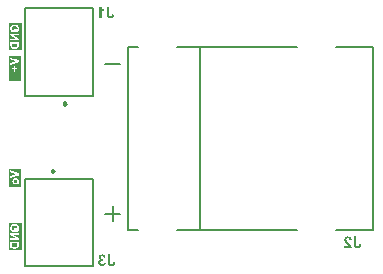
<source format=gbo>
G04*
G04 #@! TF.GenerationSoftware,Altium Limited,Altium Designer,22.5.1 (42)*
G04*
G04 Layer_Color=32896*
%FSLAX25Y25*%
%MOIN*%
G70*
G04*
G04 #@! TF.SameCoordinates,11F32A4F-6B9E-4148-B8DF-231AA1DA3EC5*
G04*
G04*
G04 #@! TF.FilePolarity,Positive*
G04*
G01*
G75*
%ADD10C,0.00500*%
%ADD11C,0.00787*%
%ADD33C,0.00984*%
G36*
X10561Y63437D02*
X6500D01*
Y71500D01*
X10561D01*
Y63437D01*
D02*
G37*
G36*
X10437Y28095D02*
X6500D01*
Y34000D01*
X10437D01*
Y28095D01*
D02*
G37*
G36*
X10684Y6976D02*
X6500D01*
Y16000D01*
X10684D01*
Y6976D01*
D02*
G37*
G36*
Y73476D02*
X6500D01*
Y82500D01*
X10684D01*
Y73476D01*
D02*
G37*
G36*
X119513Y11462D02*
X119601Y11456D01*
X119773Y11429D01*
X119918Y11384D01*
X119984Y11362D01*
X120045Y11334D01*
X120101Y11312D01*
X120145Y11284D01*
X120190Y11262D01*
X120223Y11246D01*
X120251Y11223D01*
X120267Y11212D01*
X120279Y11207D01*
X120284Y11201D01*
X120345Y11146D01*
X120401Y11090D01*
X120450Y11023D01*
X120495Y10951D01*
X120562Y10807D01*
X120617Y10668D01*
X120634Y10596D01*
X120650Y10535D01*
X120667Y10480D01*
X120673Y10430D01*
X120684Y10385D01*
Y10357D01*
X120689Y10335D01*
Y10330D01*
X119957Y10258D01*
X119946Y10369D01*
X119923Y10463D01*
X119901Y10546D01*
X119873Y10607D01*
X119851Y10657D01*
X119829Y10690D01*
X119812Y10713D01*
X119807Y10718D01*
X119751Y10763D01*
X119690Y10796D01*
X119629Y10824D01*
X119568Y10840D01*
X119518Y10851D01*
X119474Y10857D01*
X119435D01*
X119352Y10851D01*
X119280Y10835D01*
X119219Y10813D01*
X119163Y10790D01*
X119124Y10768D01*
X119091Y10746D01*
X119074Y10729D01*
X119069Y10724D01*
X119024Y10668D01*
X118991Y10607D01*
X118969Y10546D01*
X118952Y10485D01*
X118941Y10430D01*
X118935Y10380D01*
Y10352D01*
Y10346D01*
Y10341D01*
X118941Y10258D01*
X118958Y10180D01*
X118985Y10102D01*
X119013Y10036D01*
X119041Y9974D01*
X119069Y9930D01*
X119085Y9902D01*
X119091Y9891D01*
X119113Y9858D01*
X119146Y9819D01*
X119191Y9769D01*
X119235Y9725D01*
X119335Y9619D01*
X119435Y9514D01*
X119535Y9414D01*
X119579Y9370D01*
X119624Y9336D01*
X119657Y9303D01*
X119679Y9281D01*
X119696Y9264D01*
X119701Y9259D01*
X119812Y9153D01*
X119912Y9053D01*
X120007Y8959D01*
X120090Y8876D01*
X120168Y8792D01*
X120234Y8715D01*
X120295Y8648D01*
X120345Y8581D01*
X120389Y8526D01*
X120428Y8476D01*
X120462Y8437D01*
X120484Y8398D01*
X120506Y8376D01*
X120517Y8354D01*
X120528Y8343D01*
Y8337D01*
X120600Y8210D01*
X120656Y8076D01*
X120700Y7954D01*
X120734Y7843D01*
X120756Y7743D01*
X120761Y7705D01*
X120767Y7671D01*
X120773Y7643D01*
X120778Y7621D01*
Y7610D01*
Y7605D01*
X118197D01*
Y8287D01*
X119662D01*
X119618Y8360D01*
X119568Y8421D01*
X119546Y8448D01*
X119529Y8471D01*
X119518Y8482D01*
X119513Y8487D01*
X119490Y8509D01*
X119468Y8537D01*
X119402Y8598D01*
X119329Y8670D01*
X119257Y8742D01*
X119185Y8809D01*
X119124Y8864D01*
X119102Y8887D01*
X119085Y8903D01*
X119074Y8909D01*
X119069Y8914D01*
X118947Y9031D01*
X118847Y9125D01*
X118763Y9214D01*
X118697Y9281D01*
X118647Y9336D01*
X118614Y9375D01*
X118591Y9403D01*
X118586Y9408D01*
X118514Y9503D01*
X118453Y9592D01*
X118403Y9675D01*
X118364Y9747D01*
X118330Y9808D01*
X118308Y9858D01*
X118297Y9886D01*
X118292Y9897D01*
X118258Y9986D01*
X118236Y10074D01*
X118219Y10158D01*
X118208Y10235D01*
X118203Y10296D01*
X118197Y10346D01*
Y10380D01*
Y10391D01*
X118203Y10474D01*
X118214Y10557D01*
X118225Y10635D01*
X118247Y10707D01*
X118303Y10835D01*
X118358Y10946D01*
X118392Y10996D01*
X118419Y11035D01*
X118447Y11073D01*
X118475Y11101D01*
X118497Y11123D01*
X118508Y11146D01*
X118519Y11151D01*
X118525Y11157D01*
X118586Y11212D01*
X118658Y11262D01*
X118725Y11301D01*
X118802Y11334D01*
X118947Y11390D01*
X119091Y11429D01*
X119157Y11440D01*
X119219Y11451D01*
X119274Y11456D01*
X119324Y11462D01*
X119363Y11468D01*
X119418D01*
X119513Y11462D01*
D02*
G37*
G36*
X122121Y8953D02*
Y8870D01*
X122127Y8792D01*
X122132Y8726D01*
X122138Y8659D01*
X122149Y8604D01*
X122154Y8554D01*
X122166Y8509D01*
X122177Y8471D01*
X122199Y8409D01*
X122215Y8371D01*
X122227Y8343D01*
X122232Y8337D01*
X122276Y8287D01*
X122332Y8254D01*
X122393Y8226D01*
X122454Y8210D01*
X122504Y8198D01*
X122548Y8193D01*
X122593D01*
X122682Y8204D01*
X122759Y8226D01*
X122826Y8260D01*
X122876Y8298D01*
X122920Y8332D01*
X122948Y8365D01*
X122965Y8387D01*
X122970Y8398D01*
X122998Y8459D01*
X123020Y8526D01*
X123037Y8604D01*
X123048Y8681D01*
X123059Y8754D01*
Y8809D01*
X123065Y8831D01*
Y8848D01*
Y8859D01*
Y8864D01*
X123803Y8781D01*
X123797Y8670D01*
X123792Y8565D01*
X123775Y8465D01*
X123753Y8376D01*
X123731Y8293D01*
X123708Y8215D01*
X123681Y8149D01*
X123647Y8082D01*
X123620Y8032D01*
X123592Y7982D01*
X123570Y7943D01*
X123547Y7910D01*
X123525Y7882D01*
X123509Y7865D01*
X123503Y7854D01*
X123497Y7849D01*
X123436Y7793D01*
X123370Y7743D01*
X123303Y7705D01*
X123231Y7666D01*
X123159Y7638D01*
X123087Y7610D01*
X122942Y7571D01*
X122876Y7560D01*
X122815Y7549D01*
X122765Y7544D01*
X122715Y7538D01*
X122676Y7532D01*
X122621D01*
X122449Y7544D01*
X122293Y7566D01*
X122160Y7594D01*
X122104Y7616D01*
X122049Y7632D01*
X122004Y7649D01*
X121960Y7671D01*
X121927Y7688D01*
X121899Y7699D01*
X121871Y7716D01*
X121855Y7721D01*
X121849Y7732D01*
X121844D01*
X121738Y7816D01*
X121655Y7904D01*
X121583Y7993D01*
X121527Y8076D01*
X121483Y8154D01*
X121455Y8215D01*
X121444Y8237D01*
X121438Y8254D01*
X121433Y8265D01*
Y8271D01*
X121405Y8376D01*
X121383Y8498D01*
X121366Y8620D01*
X121355Y8737D01*
X121350Y8842D01*
X121344Y8892D01*
Y8931D01*
Y8964D01*
Y8987D01*
Y9003D01*
Y9009D01*
Y11445D01*
X122121D01*
Y8953D01*
D02*
G37*
G36*
X37610Y5462D02*
X37715Y5451D01*
X37815Y5429D01*
X37898Y5406D01*
X37965Y5384D01*
X38020Y5362D01*
X38054Y5351D01*
X38059Y5345D01*
X38065D01*
X38154Y5295D01*
X38237Y5240D01*
X38304Y5184D01*
X38359Y5134D01*
X38403Y5085D01*
X38437Y5046D01*
X38459Y5023D01*
X38464Y5012D01*
X38514Y4929D01*
X38559Y4840D01*
X38592Y4746D01*
X38625Y4657D01*
X38648Y4574D01*
X38664Y4513D01*
X38670Y4485D01*
Y4468D01*
X38675Y4457D01*
Y4452D01*
X37998Y4341D01*
X37982Y4430D01*
X37959Y4507D01*
X37937Y4574D01*
X37909Y4624D01*
X37882Y4668D01*
X37859Y4702D01*
X37843Y4718D01*
X37837Y4724D01*
X37787Y4768D01*
X37732Y4801D01*
X37676Y4824D01*
X37626Y4840D01*
X37582Y4851D01*
X37549Y4857D01*
X37515D01*
X37449Y4851D01*
X37382Y4840D01*
X37332Y4818D01*
X37288Y4801D01*
X37249Y4779D01*
X37227Y4757D01*
X37210Y4746D01*
X37205Y4740D01*
X37166Y4696D01*
X37138Y4640D01*
X37116Y4591D01*
X37105Y4541D01*
X37094Y4496D01*
X37088Y4463D01*
Y4441D01*
Y4430D01*
X37094Y4346D01*
X37110Y4274D01*
X37138Y4213D01*
X37166Y4163D01*
X37199Y4119D01*
X37221Y4091D01*
X37243Y4069D01*
X37249Y4063D01*
X37316Y4019D01*
X37388Y3986D01*
X37465Y3963D01*
X37538Y3947D01*
X37604Y3941D01*
X37660Y3936D01*
X37710D01*
X37787Y3342D01*
X37715Y3359D01*
X37654Y3375D01*
X37593Y3386D01*
X37543Y3392D01*
X37504Y3397D01*
X37449D01*
X37371Y3392D01*
X37304Y3370D01*
X37243Y3347D01*
X37188Y3314D01*
X37149Y3286D01*
X37116Y3259D01*
X37094Y3236D01*
X37088Y3231D01*
X37038Y3164D01*
X36999Y3092D01*
X36972Y3020D01*
X36949Y2948D01*
X36938Y2881D01*
X36933Y2831D01*
Y2798D01*
Y2792D01*
Y2787D01*
X36938Y2681D01*
X36955Y2587D01*
X36983Y2504D01*
X37010Y2437D01*
X37044Y2387D01*
X37066Y2348D01*
X37088Y2321D01*
X37094Y2315D01*
X37155Y2260D01*
X37221Y2215D01*
X37282Y2187D01*
X37343Y2165D01*
X37399Y2154D01*
X37438Y2149D01*
X37465Y2143D01*
X37477D01*
X37554Y2149D01*
X37621Y2165D01*
X37682Y2187D01*
X37737Y2215D01*
X37776Y2237D01*
X37810Y2260D01*
X37832Y2276D01*
X37837Y2282D01*
X37887Y2343D01*
X37932Y2409D01*
X37959Y2482D01*
X37987Y2548D01*
X38004Y2609D01*
X38015Y2659D01*
X38020Y2692D01*
Y2698D01*
Y2704D01*
X38731Y2615D01*
X38720Y2526D01*
X38697Y2443D01*
X38648Y2287D01*
X38587Y2154D01*
X38548Y2099D01*
X38514Y2043D01*
X38481Y1993D01*
X38448Y1954D01*
X38420Y1915D01*
X38392Y1888D01*
X38370Y1866D01*
X38353Y1849D01*
X38342Y1838D01*
X38337Y1832D01*
X38270Y1782D01*
X38198Y1732D01*
X38131Y1694D01*
X38054Y1660D01*
X37909Y1605D01*
X37776Y1571D01*
X37710Y1560D01*
X37654Y1549D01*
X37604Y1544D01*
X37560Y1538D01*
X37521Y1532D01*
X37471D01*
X37371Y1538D01*
X37271Y1549D01*
X37182Y1566D01*
X37094Y1588D01*
X37016Y1616D01*
X36938Y1643D01*
X36866Y1677D01*
X36805Y1710D01*
X36750Y1743D01*
X36694Y1777D01*
X36655Y1805D01*
X36616Y1832D01*
X36588Y1854D01*
X36566Y1871D01*
X36555Y1882D01*
X36550Y1888D01*
X36483Y1954D01*
X36428Y2026D01*
X36378Y2099D01*
X36333Y2171D01*
X36300Y2248D01*
X36267Y2321D01*
X36222Y2454D01*
X36211Y2515D01*
X36200Y2576D01*
X36189Y2626D01*
X36183Y2670D01*
X36178Y2704D01*
Y2731D01*
Y2748D01*
Y2754D01*
X36189Y2881D01*
X36211Y2992D01*
X36239Y3098D01*
X36278Y3181D01*
X36317Y3253D01*
X36344Y3303D01*
X36367Y3336D01*
X36378Y3347D01*
X36455Y3431D01*
X36544Y3503D01*
X36633Y3558D01*
X36716Y3603D01*
X36788Y3636D01*
X36849Y3653D01*
X36872Y3664D01*
X36888D01*
X36899Y3669D01*
X36905D01*
X36805Y3730D01*
X36722Y3791D01*
X36650Y3858D01*
X36583Y3925D01*
X36527Y3991D01*
X36483Y4058D01*
X36450Y4124D01*
X36417Y4185D01*
X36394Y4247D01*
X36378Y4302D01*
X36367Y4352D01*
X36361Y4396D01*
X36355Y4430D01*
X36350Y4457D01*
Y4474D01*
Y4480D01*
X36355Y4546D01*
X36361Y4607D01*
X36394Y4729D01*
X36433Y4840D01*
X36483Y4935D01*
X36533Y5012D01*
X36577Y5068D01*
X36594Y5090D01*
X36611Y5107D01*
X36616Y5112D01*
X36622Y5118D01*
X36683Y5179D01*
X36755Y5234D01*
X36822Y5279D01*
X36894Y5318D01*
X36972Y5356D01*
X37044Y5384D01*
X37182Y5423D01*
X37243Y5440D01*
X37304Y5451D01*
X37354Y5456D01*
X37404Y5462D01*
X37443Y5468D01*
X37493D01*
X37610Y5462D01*
D02*
G37*
G36*
X40141Y2953D02*
Y2870D01*
X40146Y2792D01*
X40152Y2726D01*
X40157Y2659D01*
X40168Y2604D01*
X40174Y2554D01*
X40185Y2509D01*
X40196Y2471D01*
X40218Y2409D01*
X40235Y2371D01*
X40246Y2343D01*
X40251Y2337D01*
X40296Y2287D01*
X40351Y2254D01*
X40413Y2226D01*
X40473Y2210D01*
X40523Y2198D01*
X40568Y2193D01*
X40612D01*
X40701Y2204D01*
X40779Y2226D01*
X40845Y2260D01*
X40895Y2298D01*
X40940Y2332D01*
X40968Y2365D01*
X40984Y2387D01*
X40990Y2398D01*
X41017Y2459D01*
X41040Y2526D01*
X41056Y2604D01*
X41067Y2681D01*
X41078Y2754D01*
Y2809D01*
X41084Y2831D01*
Y2848D01*
Y2859D01*
Y2864D01*
X41822Y2781D01*
X41817Y2670D01*
X41811Y2565D01*
X41794Y2465D01*
X41772Y2376D01*
X41750Y2293D01*
X41728Y2215D01*
X41700Y2149D01*
X41667Y2082D01*
X41639Y2032D01*
X41611Y1982D01*
X41589Y1943D01*
X41567Y1910D01*
X41545Y1882D01*
X41528Y1866D01*
X41522Y1854D01*
X41517Y1849D01*
X41456Y1793D01*
X41389Y1743D01*
X41323Y1705D01*
X41251Y1666D01*
X41178Y1638D01*
X41106Y1610D01*
X40962Y1571D01*
X40895Y1560D01*
X40834Y1549D01*
X40784Y1544D01*
X40734Y1538D01*
X40696Y1532D01*
X40640D01*
X40468Y1544D01*
X40313Y1566D01*
X40179Y1594D01*
X40124Y1616D01*
X40068Y1632D01*
X40024Y1649D01*
X39980Y1671D01*
X39946Y1688D01*
X39919Y1699D01*
X39891Y1716D01*
X39874Y1721D01*
X39869Y1732D01*
X39863D01*
X39758Y1816D01*
X39674Y1904D01*
X39602Y1993D01*
X39547Y2076D01*
X39502Y2154D01*
X39474Y2215D01*
X39463Y2237D01*
X39458Y2254D01*
X39452Y2265D01*
Y2271D01*
X39425Y2376D01*
X39402Y2498D01*
X39386Y2620D01*
X39375Y2737D01*
X39369Y2842D01*
X39364Y2892D01*
Y2931D01*
Y2964D01*
Y2987D01*
Y3003D01*
Y3009D01*
Y5445D01*
X40141D01*
Y2953D01*
D02*
G37*
G36*
X37222Y87919D02*
X37294Y87802D01*
X37371Y87691D01*
X37449Y87602D01*
X37516Y87530D01*
X37577Y87475D01*
X37599Y87452D01*
X37616Y87436D01*
X37627Y87430D01*
X37632Y87425D01*
X37754Y87336D01*
X37871Y87258D01*
X37976Y87197D01*
X38071Y87153D01*
X38148Y87119D01*
X38204Y87092D01*
X38226Y87086D01*
X38243Y87081D01*
X38248Y87075D01*
X38254D01*
Y86409D01*
X38054Y86487D01*
X37876Y86570D01*
X37793Y86614D01*
X37716Y86664D01*
X37643Y86709D01*
X37577Y86753D01*
X37516Y86797D01*
X37460Y86836D01*
X37416Y86870D01*
X37377Y86903D01*
X37344Y86931D01*
X37321Y86947D01*
X37310Y86958D01*
X37305Y86964D01*
Y84183D01*
X36567D01*
Y88046D01*
X37166D01*
X37222Y87919D01*
D02*
G37*
G36*
X39886Y85532D02*
Y85449D01*
X39891Y85371D01*
X39897Y85304D01*
X39902Y85238D01*
X39913Y85182D01*
X39919Y85132D01*
X39930Y85088D01*
X39941Y85049D01*
X39963Y84988D01*
X39980Y84949D01*
X39991Y84922D01*
X39997Y84916D01*
X40041Y84866D01*
X40096Y84833D01*
X40157Y84805D01*
X40218Y84788D01*
X40268Y84777D01*
X40313Y84772D01*
X40357D01*
X40446Y84783D01*
X40524Y84805D01*
X40590Y84838D01*
X40640Y84877D01*
X40685Y84911D01*
X40712Y84944D01*
X40729Y84966D01*
X40735Y84977D01*
X40762Y85038D01*
X40785Y85105D01*
X40801Y85182D01*
X40812Y85260D01*
X40824Y85332D01*
Y85388D01*
X40829Y85410D01*
Y85427D01*
Y85438D01*
Y85443D01*
X41567Y85360D01*
X41562Y85249D01*
X41556Y85144D01*
X41539Y85044D01*
X41517Y84955D01*
X41495Y84872D01*
X41473Y84794D01*
X41445Y84727D01*
X41412Y84661D01*
X41384Y84611D01*
X41356Y84561D01*
X41334Y84522D01*
X41312Y84489D01*
X41290Y84461D01*
X41273Y84444D01*
X41267Y84433D01*
X41262Y84428D01*
X41201Y84372D01*
X41134Y84322D01*
X41068Y84283D01*
X40995Y84245D01*
X40923Y84217D01*
X40851Y84189D01*
X40707Y84150D01*
X40640Y84139D01*
X40579Y84128D01*
X40529Y84122D01*
X40479Y84117D01*
X40441Y84111D01*
X40385D01*
X40213Y84122D01*
X40058Y84145D01*
X39924Y84172D01*
X39869Y84194D01*
X39813Y84211D01*
X39769Y84228D01*
X39725Y84250D01*
X39691Y84267D01*
X39663Y84278D01*
X39636Y84294D01*
X39619Y84300D01*
X39614Y84311D01*
X39608D01*
X39503Y84394D01*
X39419Y84483D01*
X39347Y84572D01*
X39292Y84655D01*
X39247Y84733D01*
X39219Y84794D01*
X39208Y84816D01*
X39203Y84833D01*
X39197Y84844D01*
Y84849D01*
X39170Y84955D01*
X39147Y85077D01*
X39131Y85199D01*
X39120Y85316D01*
X39114Y85421D01*
X39109Y85471D01*
Y85510D01*
Y85543D01*
Y85565D01*
Y85582D01*
Y85588D01*
Y88024D01*
X39886D01*
Y85532D01*
D02*
G37*
%LPC*%
G36*
X9669Y71106D02*
Y70112D01*
X6894Y71106D01*
D01*
Y68520D01*
X9669D01*
X6894D01*
X9669Y69506D01*
Y71106D01*
D02*
G37*
G36*
X8550Y68359D02*
X8053D01*
Y67634D01*
X7335D01*
Y68359D01*
D01*
Y66419D01*
X9268D01*
X8550D01*
Y67148D01*
X9268D01*
Y67634D01*
X8550D01*
Y68359D01*
D02*
G37*
%LPD*%
G36*
X8947Y69795D02*
X6894Y69117D01*
Y70501D01*
X8947Y69795D01*
D02*
G37*
G36*
X8053Y66419D02*
X7335D01*
Y67148D01*
X8053D01*
Y66419D01*
D02*
G37*
%LPC*%
G36*
X9669Y33606D02*
X6894D01*
X9669D01*
Y32612D01*
X6894Y33606D01*
Y33001D01*
X8947Y32295D01*
X6894Y31617D01*
Y31020D01*
X9669Y32006D01*
Y31617D01*
Y33606D01*
D02*
G37*
G36*
X9713Y30863D02*
X7611D01*
D01*
X8606D01*
X8590Y30859D01*
X8566D01*
X8538Y30855D01*
X8470Y30847D01*
X8393Y30831D01*
X8309Y30807D01*
X8217Y30779D01*
X8125Y30735D01*
X8121D01*
X8113Y30727D01*
X8101Y30723D01*
X8085Y30711D01*
X8040Y30679D01*
X7984Y30639D01*
X7924Y30587D01*
X7860Y30523D01*
X7800Y30450D01*
X7744Y30366D01*
Y30362D01*
X7740Y30354D01*
X7732Y30342D01*
X7724Y30322D01*
X7712Y30302D01*
X7704Y30274D01*
X7692Y30242D01*
X7676Y30210D01*
X7652Y30130D01*
X7632Y30037D01*
X7615Y29937D01*
X7611Y29829D01*
Y29785D01*
X7615Y29753D01*
X7620Y29713D01*
X7627Y29669D01*
X7636Y29616D01*
X7648Y29564D01*
X7664Y29504D01*
X7684Y29444D01*
X7708Y29384D01*
X7736Y29320D01*
X7772Y29255D01*
X7812Y29195D01*
X7856Y29135D01*
X7908Y29079D01*
X7912Y29075D01*
X7920Y29067D01*
X7940Y29051D01*
X7960Y29035D01*
X7992Y29011D01*
X8025Y28987D01*
X8069Y28959D01*
X8113Y28931D01*
X8165Y28907D01*
X8221Y28879D01*
X8285Y28854D01*
X8349Y28830D01*
X8422Y28814D01*
X8494Y28798D01*
X8574Y28790D01*
X8658Y28786D01*
X8702D01*
X8734Y28790D01*
X8774Y28794D01*
X8818Y28802D01*
X8871Y28810D01*
X8923Y28822D01*
X8983Y28838D01*
X9043Y28858D01*
X9107Y28883D01*
X9171Y28911D01*
X9235Y28947D01*
X9296Y28987D01*
X9356Y29031D01*
X9416Y29083D01*
X9420Y29087D01*
X9428Y29095D01*
X9444Y29111D01*
X9464Y29135D01*
X9484Y29163D01*
X9508Y29199D01*
X9536Y29239D01*
X9564Y29283D01*
X9592Y29336D01*
X9621Y29392D01*
X9645Y29452D01*
X9665Y29520D01*
X9685Y29588D01*
X9701Y29664D01*
X9709Y29741D01*
X9713Y29825D01*
Y28786D01*
D01*
Y30863D01*
D02*
G37*
%LPD*%
G36*
Y29853D02*
X9709Y29873D01*
Y29897D01*
X9705Y29925D01*
X9697Y29993D01*
X9681Y30077D01*
X9661Y30166D01*
X9629Y30258D01*
X9588Y30354D01*
Y30358D01*
X9584Y30366D01*
X9576Y30378D01*
X9564Y30394D01*
X9536Y30438D01*
X9496Y30494D01*
X9444Y30555D01*
X9380Y30619D01*
X9308Y30679D01*
X9223Y30735D01*
X9219D01*
X9211Y30739D01*
X9199Y30747D01*
X9179Y30755D01*
X9155Y30763D01*
X9127Y30775D01*
X9095Y30787D01*
X9059Y30799D01*
X9019Y30811D01*
X8975Y30823D01*
X8875Y30843D01*
X8758Y30859D01*
X8634Y30863D01*
X9713D01*
Y29853D01*
D02*
G37*
G36*
X8710Y30314D02*
X8738D01*
X8766Y30310D01*
X8830Y30302D01*
X8907Y30282D01*
X8983Y30258D01*
X9059Y30226D01*
X9123Y30178D01*
X9131Y30170D01*
X9147Y30154D01*
X9171Y30122D01*
X9199Y30077D01*
X9232Y30029D01*
X9256Y29969D01*
X9272Y29901D01*
X9280Y29825D01*
Y29805D01*
X9276Y29789D01*
X9272Y29753D01*
X9260Y29704D01*
X9240Y29648D01*
X9216Y29588D01*
X9175Y29532D01*
X9123Y29476D01*
X9115Y29468D01*
X9095Y29452D01*
X9055Y29432D01*
X9007Y29404D01*
X8939Y29376D01*
X8863Y29356D01*
X8766Y29340D01*
X8662Y29332D01*
X8658D01*
X8650D01*
X8634D01*
X8614Y29336D01*
X8590D01*
X8558Y29340D01*
X8494Y29348D01*
X8422Y29368D01*
X8345Y29392D01*
X8269Y29428D01*
X8205Y29476D01*
X8197Y29484D01*
X8181Y29500D01*
X8153Y29532D01*
X8125Y29572D01*
X8097Y29624D01*
X8069Y29680D01*
X8053Y29749D01*
X8044Y29825D01*
Y29845D01*
X8049Y29861D01*
X8053Y29897D01*
X8065Y29945D01*
X8085Y30001D01*
X8113Y30061D01*
X8153Y30122D01*
X8205Y30178D01*
X8213Y30182D01*
X8233Y30198D01*
X8273Y30222D01*
X8321Y30246D01*
X8385Y30274D01*
X8466Y30294D01*
X8558Y30310D01*
X8662Y30318D01*
X8666D01*
X8674D01*
X8690D01*
X8710Y30314D01*
D02*
G37*
%LPC*%
G36*
X8325Y15606D02*
X6894D01*
X8281D01*
X8253Y15602D01*
X8213D01*
X8169Y15598D01*
X8121Y15590D01*
X8065Y15582D01*
X7948Y15562D01*
X7816Y15530D01*
X7684Y15486D01*
X7620Y15458D01*
X7555Y15426D01*
X7551Y15422D01*
X7539Y15418D01*
X7523Y15406D01*
X7499Y15394D01*
X7471Y15374D01*
X7439Y15350D01*
X7403Y15322D01*
X7363Y15293D01*
X7323Y15257D01*
X7279Y15217D01*
X7235Y15173D01*
X7190Y15125D01*
X7150Y15073D01*
X7106Y15021D01*
X7034Y14897D01*
Y14893D01*
X7026Y14885D01*
X7022Y14868D01*
X7010Y14848D01*
X7002Y14820D01*
X6990Y14792D01*
X6978Y14752D01*
X6962Y14712D01*
X6950Y14668D01*
X6938Y14616D01*
X6926Y14560D01*
X6914Y14504D01*
X6898Y14375D01*
X6894Y14231D01*
Y14183D01*
X6898Y14147D01*
X6902Y14103D01*
X6906Y14050D01*
X6910Y13994D01*
X6922Y13934D01*
X6946Y13806D01*
X6986Y13674D01*
X7010Y13605D01*
X7038Y13541D01*
X7070Y13481D01*
X7110Y13425D01*
X7114Y13421D01*
X7118Y13413D01*
X7134Y13397D01*
X7150Y13377D01*
X7170Y13353D01*
X7198Y13329D01*
X7231Y13301D01*
X7267Y13269D01*
X7307Y13236D01*
X7351Y13204D01*
X7399Y13172D01*
X7455Y13144D01*
X7511Y13112D01*
X7571Y13088D01*
X7640Y13064D01*
X7708Y13048D01*
X7812Y13605D01*
X7808D01*
X7804Y13609D01*
X7780Y13617D01*
X7744Y13633D01*
X7696Y13657D01*
X7644Y13686D01*
X7591Y13726D01*
X7539Y13774D01*
X7491Y13830D01*
X7487Y13838D01*
X7471Y13858D01*
X7451Y13894D01*
X7431Y13938D01*
X7407Y13998D01*
X7391Y14066D01*
X7375Y14143D01*
X7371Y14231D01*
Y14267D01*
X7375Y14291D01*
X7379Y14323D01*
X7383Y14359D01*
X7391Y14399D01*
X7399Y14443D01*
X7427Y14536D01*
X7447Y14584D01*
X7471Y14632D01*
X7499Y14680D01*
X7527Y14728D01*
X7567Y14772D01*
X7608Y14816D01*
X7611Y14820D01*
X7620Y14824D01*
X7632Y14836D01*
X7652Y14848D01*
X7676Y14864D01*
X7704Y14885D01*
X7740Y14905D01*
X7780Y14921D01*
X7828Y14941D01*
X7880Y14961D01*
X7936Y14981D01*
X7997Y14997D01*
X8065Y15009D01*
X8141Y15021D01*
X8217Y15025D01*
X8301Y15029D01*
X8305D01*
X8321D01*
X8349D01*
X8381Y15025D01*
X8426Y15021D01*
X8470Y15017D01*
X8526Y15009D01*
X8582Y15001D01*
X8702Y14977D01*
X8827Y14937D01*
X8887Y14913D01*
X8943Y14885D01*
X8999Y14848D01*
X9047Y14812D01*
X9051Y14808D01*
X9059Y14800D01*
X9071Y14788D01*
X9087Y14772D01*
X9103Y14748D01*
X9127Y14724D01*
X9147Y14692D01*
X9171Y14656D01*
X9195Y14616D01*
X9216Y14576D01*
X9256Y14476D01*
X9272Y14419D01*
X9284Y14363D01*
X9292Y14299D01*
X9296Y14235D01*
Y14203D01*
X9292Y14171D01*
X9288Y14123D01*
X9280Y14071D01*
X9268Y14010D01*
X9252Y13946D01*
X9228Y13882D01*
Y13878D01*
X9223Y13874D01*
X9216Y13854D01*
X9200Y13818D01*
X9179Y13778D01*
X9155Y13730D01*
X9127Y13678D01*
X9095Y13625D01*
X9059Y13577D01*
X8702D01*
Y14219D01*
X8233D01*
Y13012D01*
X9348D01*
X9356Y13020D01*
X9364Y13032D01*
X9376Y13044D01*
X9392Y13064D01*
X9408Y13084D01*
X9448Y13140D01*
X9492Y13216D01*
X9544Y13305D01*
X9596Y13405D01*
X9645Y13525D01*
Y13529D01*
X9649Y13541D01*
X9657Y13557D01*
X9665Y13581D01*
X9673Y13613D01*
X9685Y13649D01*
X9697Y13690D01*
X9709Y13734D01*
X9733Y13834D01*
X9753Y13950D01*
X9769Y14071D01*
X9773Y14199D01*
Y14243D01*
X9769Y14271D01*
Y14311D01*
X9765Y14355D01*
X9757Y14403D01*
X9749Y14459D01*
X9729Y14576D01*
X9697Y14704D01*
X9653Y14836D01*
X9624Y14897D01*
X9592Y14961D01*
X9588Y14965D01*
X9584Y14973D01*
X9572Y14993D01*
X9556Y15013D01*
X9540Y15041D01*
X9516Y15069D01*
X9488Y15105D01*
X9456Y15141D01*
X9384Y15221D01*
X9292Y15302D01*
X9187Y15378D01*
X9067Y15446D01*
X9063D01*
X9051Y15454D01*
X9031Y15462D01*
X9007Y15470D01*
X8975Y15482D01*
X8939Y15498D01*
X8895Y15510D01*
X8847Y15526D01*
X8794Y15542D01*
X8734Y15554D01*
X8610Y15582D01*
X8474Y15598D01*
X8325Y15606D01*
D02*
G37*
G36*
X6894Y13950D02*
Y13012D01*
D01*
Y13950D01*
D02*
G37*
G36*
X9721Y12490D02*
X6946D01*
Y11949D01*
X8815Y10802D01*
X6946D01*
Y10285D01*
X9721D01*
Y10846D01*
X7892Y11973D01*
X9721D01*
Y12490D01*
D02*
G37*
G36*
Y9691D02*
X6946D01*
Y7370D01*
Y8585D01*
X6950Y8553D01*
X6954Y8477D01*
X6958Y8392D01*
X6970Y8304D01*
X6982Y8220D01*
X7002Y8144D01*
Y8140D01*
X7006Y8132D01*
X7010Y8120D01*
X7014Y8104D01*
X7034Y8055D01*
X7062Y7999D01*
X7098Y7935D01*
X7142Y7863D01*
X7194Y7795D01*
X7259Y7727D01*
Y7723D01*
X7267Y7719D01*
X7291Y7699D01*
X7331Y7666D01*
X7383Y7630D01*
X7447Y7586D01*
X7523Y7542D01*
X7611Y7498D01*
X7708Y7462D01*
X7712D01*
X7720Y7458D01*
X7736Y7454D01*
X7756Y7446D01*
X7780Y7442D01*
X7812Y7434D01*
X7848Y7426D01*
X7888Y7414D01*
X7932Y7406D01*
X7984Y7398D01*
X8037Y7390D01*
X8097Y7386D01*
X8221Y7374D01*
X8361Y7370D01*
X8417D01*
X8450Y7374D01*
X8482D01*
X8522Y7378D01*
X8566Y7382D01*
X8658Y7390D01*
X8754Y7406D01*
X8855Y7430D01*
X8951Y7458D01*
X8955D01*
X8963Y7462D01*
X8979Y7470D01*
X9003Y7478D01*
X9027Y7486D01*
X9055Y7502D01*
X9127Y7534D01*
X9204Y7574D01*
X9288Y7626D01*
X9368Y7687D01*
X9444Y7755D01*
X9452Y7763D01*
X9468Y7783D01*
X9492Y7815D01*
X9524Y7859D01*
X9560Y7915D01*
X9596Y7979D01*
X9633Y8060D01*
X9665Y8148D01*
Y8152D01*
X9669Y8156D01*
Y8168D01*
X9673Y8180D01*
X9681Y8224D01*
X9693Y8280D01*
X9705Y8348D01*
X9713Y8432D01*
X9717Y8533D01*
X9721Y8641D01*
Y7955D01*
Y9691D01*
D02*
G37*
%LPD*%
G36*
X9252Y8637D02*
X9248Y8585D01*
Y8529D01*
X9240Y8472D01*
X9235Y8420D01*
X9228Y8376D01*
Y8368D01*
X9219Y8352D01*
X9211Y8328D01*
X9200Y8296D01*
X9183Y8260D01*
X9163Y8224D01*
X9139Y8188D01*
X9111Y8152D01*
X9107Y8148D01*
X9095Y8136D01*
X9075Y8120D01*
X9047Y8100D01*
X9011Y8079D01*
X8967Y8051D01*
X8911Y8031D01*
X8847Y8007D01*
X8843D01*
X8839Y8003D01*
X8827D01*
X8811Y7999D01*
X8794Y7991D01*
X8770Y7987D01*
X8710Y7975D01*
X8638Y7967D01*
X8554Y7955D01*
X8450Y7951D01*
X8337Y7947D01*
X8333D01*
X8321D01*
X8305D01*
X8285D01*
X8257D01*
X8225Y7951D01*
X8157Y7955D01*
X8077Y7963D01*
X7992Y7971D01*
X7916Y7987D01*
X7844Y8007D01*
X7840D01*
X7836Y8011D01*
X7816Y8019D01*
X7784Y8031D01*
X7744Y8048D01*
X7704Y8072D01*
X7660Y8100D01*
X7615Y8132D01*
X7575Y8168D01*
X7571Y8172D01*
X7559Y8184D01*
X7543Y8208D01*
X7523Y8236D01*
X7499Y8276D01*
X7479Y8320D01*
X7459Y8368D01*
X7443Y8424D01*
Y8428D01*
X7439Y8448D01*
X7435Y8480D01*
X7427Y8525D01*
Y8553D01*
X7423Y8589D01*
Y8625D01*
X7419Y8665D01*
Y8713D01*
X7415Y8765D01*
Y9130D01*
X9252D01*
Y8637D01*
D02*
G37*
%LPC*%
G36*
X8325Y82106D02*
X6894D01*
X8281D01*
X8253Y82102D01*
X8213D01*
X8169Y82098D01*
X8121Y82090D01*
X8065Y82082D01*
X7948Y82062D01*
X7816Y82030D01*
X7684Y81986D01*
X7620Y81958D01*
X7555Y81926D01*
X7551Y81922D01*
X7539Y81918D01*
X7523Y81906D01*
X7499Y81894D01*
X7471Y81874D01*
X7439Y81850D01*
X7403Y81822D01*
X7363Y81793D01*
X7323Y81757D01*
X7279Y81717D01*
X7235Y81673D01*
X7190Y81625D01*
X7150Y81573D01*
X7106Y81521D01*
X7034Y81397D01*
Y81393D01*
X7026Y81384D01*
X7022Y81368D01*
X7010Y81348D01*
X7002Y81320D01*
X6990Y81292D01*
X6978Y81252D01*
X6962Y81212D01*
X6950Y81168D01*
X6938Y81116D01*
X6926Y81060D01*
X6914Y81003D01*
X6898Y80875D01*
X6894Y80731D01*
Y80683D01*
X6898Y80647D01*
X6902Y80603D01*
X6906Y80550D01*
X6910Y80494D01*
X6922Y80434D01*
X6946Y80306D01*
X6986Y80173D01*
X7010Y80105D01*
X7038Y80041D01*
X7070Y79981D01*
X7110Y79925D01*
X7114Y79921D01*
X7118Y79913D01*
X7134Y79897D01*
X7150Y79877D01*
X7170Y79853D01*
X7198Y79829D01*
X7231Y79800D01*
X7267Y79769D01*
X7307Y79736D01*
X7351Y79704D01*
X7399Y79672D01*
X7455Y79644D01*
X7511Y79612D01*
X7571Y79588D01*
X7640Y79564D01*
X7708Y79548D01*
X7812Y80105D01*
X7808D01*
X7804Y80109D01*
X7780Y80117D01*
X7744Y80133D01*
X7696Y80157D01*
X7644Y80186D01*
X7591Y80226D01*
X7539Y80274D01*
X7491Y80330D01*
X7487Y80338D01*
X7471Y80358D01*
X7451Y80394D01*
X7431Y80438D01*
X7407Y80498D01*
X7391Y80567D01*
X7375Y80643D01*
X7371Y80731D01*
Y80767D01*
X7375Y80791D01*
X7379Y80823D01*
X7383Y80859D01*
X7391Y80899D01*
X7399Y80943D01*
X7427Y81036D01*
X7447Y81084D01*
X7471Y81132D01*
X7499Y81180D01*
X7527Y81228D01*
X7567Y81272D01*
X7608Y81316D01*
X7611Y81320D01*
X7620Y81324D01*
X7632Y81336D01*
X7652Y81348D01*
X7676Y81364D01*
X7704Y81384D01*
X7740Y81405D01*
X7780Y81421D01*
X7828Y81441D01*
X7880Y81461D01*
X7936Y81481D01*
X7997Y81497D01*
X8065Y81509D01*
X8141Y81521D01*
X8217Y81525D01*
X8301Y81529D01*
X8305D01*
X8321D01*
X8349D01*
X8381Y81525D01*
X8426Y81521D01*
X8470Y81517D01*
X8526Y81509D01*
X8582Y81501D01*
X8702Y81477D01*
X8827Y81437D01*
X8887Y81413D01*
X8943Y81384D01*
X8999Y81348D01*
X9047Y81312D01*
X9051Y81308D01*
X9059Y81300D01*
X9071Y81288D01*
X9087Y81272D01*
X9103Y81248D01*
X9127Y81224D01*
X9147Y81192D01*
X9171Y81156D01*
X9195Y81116D01*
X9216Y81076D01*
X9256Y80976D01*
X9272Y80919D01*
X9284Y80863D01*
X9292Y80799D01*
X9296Y80735D01*
Y80703D01*
X9292Y80671D01*
X9288Y80623D01*
X9280Y80571D01*
X9268Y80510D01*
X9252Y80446D01*
X9228Y80382D01*
Y80378D01*
X9223Y80374D01*
X9216Y80354D01*
X9200Y80318D01*
X9179Y80278D01*
X9155Y80230D01*
X9127Y80177D01*
X9095Y80125D01*
X9059Y80077D01*
X8702D01*
Y80719D01*
X8233D01*
Y79512D01*
X9348D01*
X9356Y79520D01*
X9364Y79532D01*
X9376Y79544D01*
X9392Y79564D01*
X9408Y79584D01*
X9448Y79640D01*
X9492Y79716D01*
X9544Y79805D01*
X9596Y79905D01*
X9645Y80025D01*
Y80029D01*
X9649Y80041D01*
X9657Y80057D01*
X9665Y80081D01*
X9673Y80113D01*
X9685Y80149D01*
X9697Y80190D01*
X9709Y80234D01*
X9733Y80334D01*
X9753Y80450D01*
X9769Y80571D01*
X9773Y80699D01*
Y80743D01*
X9769Y80771D01*
Y80811D01*
X9765Y80855D01*
X9757Y80903D01*
X9749Y80959D01*
X9729Y81076D01*
X9697Y81204D01*
X9653Y81336D01*
X9624Y81397D01*
X9592Y81461D01*
X9588Y81465D01*
X9584Y81473D01*
X9572Y81493D01*
X9556Y81513D01*
X9540Y81541D01*
X9516Y81569D01*
X9488Y81605D01*
X9456Y81641D01*
X9384Y81721D01*
X9292Y81801D01*
X9187Y81878D01*
X9067Y81946D01*
X9063D01*
X9051Y81954D01*
X9031Y81962D01*
X9007Y81970D01*
X8975Y81982D01*
X8939Y81998D01*
X8895Y82010D01*
X8847Y82026D01*
X8794Y82042D01*
X8734Y82054D01*
X8610Y82082D01*
X8474Y82098D01*
X8325Y82106D01*
D02*
G37*
G36*
X6894Y80450D02*
Y79512D01*
D01*
Y80450D01*
D02*
G37*
G36*
X9721Y78991D02*
X6946D01*
Y78449D01*
X8815Y77302D01*
X6946D01*
Y76785D01*
X9721D01*
Y77346D01*
X7892Y78473D01*
X9721D01*
Y78991D01*
D02*
G37*
G36*
Y76192D02*
X6946D01*
Y73870D01*
Y75085D01*
X6950Y75053D01*
X6954Y74976D01*
X6958Y74892D01*
X6970Y74804D01*
X6982Y74720D01*
X7002Y74644D01*
Y74640D01*
X7006Y74632D01*
X7010Y74620D01*
X7014Y74604D01*
X7034Y74555D01*
X7062Y74499D01*
X7098Y74435D01*
X7142Y74363D01*
X7194Y74295D01*
X7259Y74227D01*
Y74223D01*
X7267Y74219D01*
X7291Y74199D01*
X7331Y74167D01*
X7383Y74130D01*
X7447Y74086D01*
X7523Y74042D01*
X7611Y73998D01*
X7708Y73962D01*
X7712D01*
X7720Y73958D01*
X7736Y73954D01*
X7756Y73946D01*
X7780Y73942D01*
X7812Y73934D01*
X7848Y73926D01*
X7888Y73914D01*
X7932Y73906D01*
X7984Y73898D01*
X8037Y73890D01*
X8097Y73886D01*
X8221Y73874D01*
X8361Y73870D01*
X8417D01*
X8450Y73874D01*
X8482D01*
X8522Y73878D01*
X8566Y73882D01*
X8658Y73890D01*
X8754Y73906D01*
X8855Y73930D01*
X8951Y73958D01*
X8955D01*
X8963Y73962D01*
X8979Y73970D01*
X9003Y73978D01*
X9027Y73986D01*
X9055Y74002D01*
X9127Y74034D01*
X9204Y74074D01*
X9288Y74126D01*
X9368Y74186D01*
X9444Y74255D01*
X9452Y74263D01*
X9468Y74283D01*
X9492Y74315D01*
X9524Y74359D01*
X9560Y74415D01*
X9596Y74479D01*
X9633Y74559D01*
X9665Y74648D01*
Y74652D01*
X9669Y74656D01*
Y74668D01*
X9673Y74680D01*
X9681Y74724D01*
X9693Y74780D01*
X9705Y74848D01*
X9713Y74932D01*
X9717Y75033D01*
X9721Y75141D01*
Y74455D01*
Y76192D01*
D02*
G37*
%LPD*%
G36*
X9252Y75137D02*
X9248Y75085D01*
Y75029D01*
X9240Y74972D01*
X9235Y74920D01*
X9228Y74876D01*
Y74868D01*
X9219Y74852D01*
X9211Y74828D01*
X9200Y74796D01*
X9183Y74760D01*
X9163Y74724D01*
X9139Y74688D01*
X9111Y74652D01*
X9107Y74648D01*
X9095Y74636D01*
X9075Y74620D01*
X9047Y74600D01*
X9011Y74580D01*
X8967Y74551D01*
X8911Y74531D01*
X8847Y74507D01*
X8843D01*
X8839Y74503D01*
X8827D01*
X8811Y74499D01*
X8794Y74491D01*
X8770Y74487D01*
X8710Y74475D01*
X8638Y74467D01*
X8554Y74455D01*
X8450Y74451D01*
X8337Y74447D01*
X8333D01*
X8321D01*
X8305D01*
X8285D01*
X8257D01*
X8225Y74451D01*
X8157Y74455D01*
X8077Y74463D01*
X7992Y74471D01*
X7916Y74487D01*
X7844Y74507D01*
X7840D01*
X7836Y74511D01*
X7816Y74519D01*
X7784Y74531D01*
X7744Y74547D01*
X7704Y74572D01*
X7660Y74600D01*
X7615Y74632D01*
X7575Y74668D01*
X7571Y74672D01*
X7559Y74684D01*
X7543Y74708D01*
X7523Y74736D01*
X7499Y74776D01*
X7479Y74820D01*
X7459Y74868D01*
X7443Y74924D01*
Y74928D01*
X7439Y74949D01*
X7435Y74980D01*
X7427Y75025D01*
Y75053D01*
X7423Y75089D01*
Y75125D01*
X7419Y75165D01*
Y75213D01*
X7415Y75265D01*
Y75630D01*
X9252D01*
Y75137D01*
D02*
G37*
D10*
X70071Y13488D02*
X102561D01*
X115533D02*
X127945D01*
X70071Y74512D02*
X102561D01*
X115533D02*
X127945D01*
X46055Y13488D02*
X49608D01*
X62581D02*
X70661D01*
X46055Y74512D02*
X49608D01*
X62581D02*
X70268D01*
X70071Y13488D02*
Y74512D01*
X127945Y13488D02*
Y74512D01*
X46055Y13488D02*
Y74512D01*
X38472Y19000D02*
X43472D01*
X40972Y16500D02*
Y21500D01*
X38472Y69000D02*
X43472D01*
D11*
X11748Y1512D02*
Y30646D01*
Y1512D02*
X34386D01*
Y30646D01*
X11748D02*
X34386D01*
X34319Y58433D02*
Y87567D01*
X11681D02*
X34319D01*
X11681Y58433D02*
Y87567D01*
Y58433D02*
X34319D01*
D33*
X21492Y33303D02*
X20754Y33729D01*
Y32877D01*
X21492Y33303D01*
X25559Y55776D02*
X24821Y56202D01*
Y55349D01*
X25559Y55776D01*
M02*

</source>
